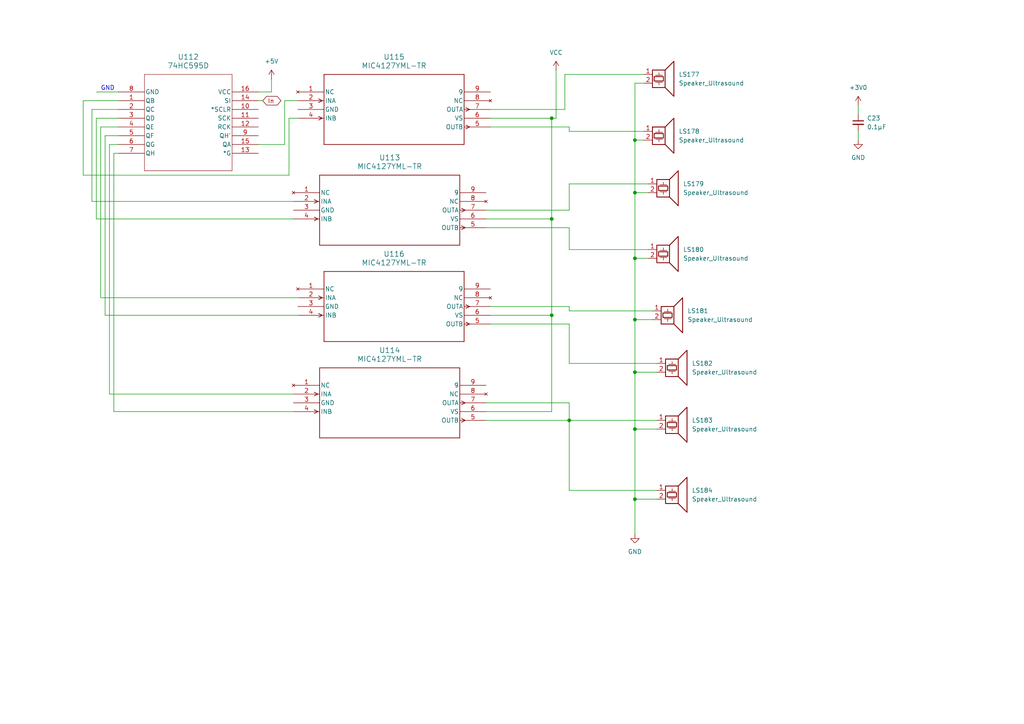
<source format=kicad_sch>
(kicad_sch (version 20250114) (generator "eeschema") (generator_version "9.0")
  (paper "A4")
  (lib_symbols
    (symbol "2025-12-28_09-02-17:MIC4127YML-TR" (pin_names (offset 0.254))
      (property "Reference" "U" (at 27.94 10.16 0))
      (property "Value" "MIC4127YML-TR" (at 27.94 7.62 0))
      (symbol "MIC4127YML-TR_0_1"
        (polyline (pts (xy 7.0993 -2.54) (xy 6.0579 -2.0193)) (stroke (width 0.2032)))
        (polyline (pts (xy 7.0993 -2.54) (xy 6.0579 -3.0607)) (stroke (width 0.2032)))
        (polyline (pts (xy 7.0993 -7.62) (xy 6.0579 -7.0993)) (stroke (width 0.2032)))
        (polyline (pts (xy 7.0993 -7.62) (xy 6.0579 -8.1407)) (stroke (width 0.2032)))
        (polyline (pts (xy 7.62 5.08) (xy 7.62 -15.24)) (stroke (width 0.2032)))
        (polyline (pts (xy 7.62 -15.24) (xy 48.26 -15.24)) (stroke (width 0.2032)))
        (polyline (pts (xy 48.26 5.08) (xy 7.62 5.08)) (stroke (width 0.2032)))
        (polyline (pts (xy 48.26 -15.24) (xy 48.26 5.08)) (stroke (width 0.2032)))
        (polyline (pts (xy 48.7807 -4.5593) (xy 49.8221 -5.08)) (stroke (width 0.2032)))
        (polyline (pts (xy 48.7807 -5.6007) (xy 49.8221 -5.08)) (stroke (width 0.2032)))
        (polyline (pts (xy 48.7807 -9.6393) (xy 49.8221 -10.16)) (stroke (width 0.2032)))
        (polyline (pts (xy 48.7807 -10.6807) (xy 49.8221 -10.16)) (stroke (width 0.2032)))
        (pin no_connect line (at 0 0 0) (length 7.62) (name "NC") (number "1"))
        (pin input line (at 0 -2.54 0) (length 7.62) (name "INA") (number "2"))
        (pin power_in line (at 0 -5.08 0) (length 7.62) (name "GND") (number "3"))
        (pin input line (at 0 -7.62 0) (length 7.62) (name "INB") (number "4"))
        (pin unspecified line (at 55.88 0 180) (length 7.62) (name "9") (number "9"))
        (pin no_connect line (at 55.88 -2.54 180) (length 7.62) (name "NC") (number "8"))
        (pin output line (at 55.88 -5.08 180) (length 7.62) (name "OUTA") (number "7"))
        (pin power_in line (at 55.88 -7.62 180) (length 7.62) (name "VS") (number "6"))
        (pin output line (at 55.88 -10.16 180) (length 7.62) (name "OUTB") (number "5"))
      )
    )
    (symbol "2025-12-28_09-22-42:74HC595D" (pin_names (offset 0.254))
      (property "Reference" "U" (at 20.32 10.16 0))
      (property "Value" "74HC595D" (at 20.32 7.62 0))
      (symbol "74HC595D_0_1"
        (polyline (pts (xy 7.62 5.08) (xy 7.62 -22.86)) (stroke (width 0.127)))
        (polyline (pts (xy 7.62 -22.86) (xy 33.02 -22.86)) (stroke (width 0.127)))
        (polyline (pts (xy 33.02 5.08) (xy 7.62 5.08)) (stroke (width 0.127)))
        (polyline (pts (xy 33.02 -22.86) (xy 33.02 5.08)) (stroke (width 0.127)))
        (pin power_out line (at 0 0 0) (length 7.62) (name "GND") (number "8"))
        (pin output line (at 0 -2.54 0) (length 7.62) (name "QB") (number "1"))
        (pin output line (at 0 -5.08 0) (length 7.62) (name "QC") (number "2"))
        (pin output line (at 0 -7.62 0) (length 7.62) (name "QD") (number "3"))
        (pin output line (at 0 -10.16 0) (length 7.62) (name "QE") (number "4"))
        (pin output line (at 0 -12.7 0) (length 7.62) (name "QF") (number "5"))
        (pin output line (at 0 -15.24 0) (length 7.62) (name "QG") (number "6"))
        (pin output line (at 0 -17.78 0) (length 7.62) (name "QH") (number "7"))
        (pin power_in line (at 40.64 0 180) (length 7.62) (name "VCC") (number "16"))
        (pin input line (at 40.64 -2.54 180) (length 7.62) (name "SI") (number "14"))
        (pin input line (at 40.64 -5.08 180) (length 7.62) (name "*SCLR") (number "10"))
        (pin input line (at 40.64 -7.62 180) (length 7.62) (name "SCK") (number "11"))
        (pin input line (at 40.64 -10.16 180) (length 7.62) (name "RCK") (number "12"))
        (pin output line (at 40.64 -12.7 180) (length 7.62) (name "QH'") (number "9"))
        (pin output line (at 40.64 -15.24 180) (length 7.62) (name "QA") (number "15"))
        (pin input line (at 40.64 -17.78 180) (length 7.62) (name "*G") (number "13"))
      )
    )
    (symbol "Device:C_Small" (pin_numbers (hide yes)) (pin_names (offset 0.254) (hide yes))
      (property "Reference" "C" (at 0.254 1.778 0))
      (property "Value" "C_Small" (at 0.254 -2.032 0))
      (symbol "C_Small_0_1"
        (polyline (pts (xy -1.524 0.508) (xy 1.524 0.508)) (stroke (width 0.3048)))
        (polyline (pts (xy -1.524 -0.508) (xy 1.524 -0.508)) (stroke (width 0.3302)))
      )
      (symbol "C_Small_1_1"
        (pin passive line (at 0 2.54 270) (length 2.032) (name "~") (number "1"))
        (pin passive line (at 0 -2.54 90) (length 2.032) (name "~") (number "2"))
      )
    )
    (symbol "Device:Speaker_Ultrasound" (pin_names (offset 0) (hide yes))
      (property "Reference" "LS" (at 0.635 5.715 0))
      (property "Value" "Speaker_Ultrasound" (at 0.635 3.81 0))
      (symbol "Speaker_Ultrasound_0_0"
        (rectangle (start -2.54 1.27) (end 1.143 -3.81) (stroke (width 0.254)))
        (rectangle (start -2.032 -0.635) (end 0.635 -1.905) (stroke (width 0.254)))
        (polyline (pts (xy -1.651 -0.254) (xy 0.381 -0.254)))
        (polyline (pts (xy -1.651 -2.286) (xy 0.381 -2.286)))
        (polyline (pts (xy -0.635 -0.254) (xy -0.635 0.508)))
        (polyline (pts (xy -0.635 -2.286) (xy -0.635 -3.048)))
        (polyline (pts (xy 1.143 1.27) (xy 3.683 3.81) (xy 3.683 -6.35) (xy 1.143 -3.81)) (stroke (width 0.254)))
      )
      (symbol "Speaker_Ultrasound_1_1"
        (pin input line (at -5.08 0 0) (length 2.54) (name "1") (number "1"))
        (pin input line (at -5.08 -2.54 0) (length 2.54) (name "2") (number "2"))
      )
    )
    (symbol "power:+3V0" (power) (pin_numbers (hide yes)) (pin_names (offset 0) (hide yes))
      (property "Value" "+3V0" (at 0 3.556 0))
      (symbol "+3V0_0_1"
        (polyline (pts (xy -0.762 1.27) (xy 0 2.54)))
        (polyline (pts (xy 0 2.54) (xy 0.762 1.27)))
        (polyline (pts (xy 0 0) (xy 0 2.54)))
      )
      (symbol "+3V0_1_1"
        (pin power_in line (at 0 0 90) (length 0) (name "~") (number "1"))
      )
    )
    (symbol "power:+5V" (power) (pin_numbers (hide yes)) (pin_names (offset 0) (hide yes))
      (property "Value" "+5V" (at 0 3.556 0))
      (symbol "+5V_0_1"
        (polyline (pts (xy -0.762 1.27) (xy 0 2.54)))
        (polyline (pts (xy 0 2.54) (xy 0.762 1.27)))
        (polyline (pts (xy 0 0) (xy 0 2.54)))
      )
      (symbol "+5V_1_1"
        (pin power_in line (at 0 0 90) (length 0) (name "~") (number "1"))
      )
    )
    (symbol "power:GND" (power) (pin_numbers (hide yes)) (pin_names (offset 0) (hide yes))
      (property "Value" "GND" (at 0 -3.81 0))
      (symbol "GND_0_1"
        (polyline (pts (xy 0 0) (xy 0 -1.27) (xy 1.27 -1.27) (xy 0 -2.54) (xy -1.27 -1.27) (xy 0 -1.27)))
      )
      (symbol "GND_1_1"
        (pin power_in line (at 0 0 270) (length 0) (name "~") (number "1"))
      )
    )
    (symbol "power:VCC" (power) (pin_numbers (hide yes)) (pin_names (offset 0) (hide yes))
      (property "Value" "VCC" (at 0 3.556 0))
      (symbol "VCC_0_1"
        (polyline (pts (xy -0.762 1.27) (xy 0 2.54)))
        (polyline (pts (xy 0 2.54) (xy 0.762 1.27)))
        (polyline (pts (xy 0 0) (xy 0 2.54)))
      )
      (symbol "VCC_1_1"
        (pin power_in line (at 0 0 90) (length 0) (name "~") (number "1"))
      )
    )
  )
  (text "GND" (at 31.242 25.654 0) (effects (font (size 1.27 1.27))))
  (junction (at 184.15 92.71))
  (junction (at 160.02 63.5))
  (junction (at 184.15 144.78))
  (junction (at 184.15 107.95))
  (junction (at 184.15 124.46))
  (junction (at 160.02 34.29))
  (junction (at 165.1 121.92))
  (junction (at 184.15 55.88))
  (junction (at 184.15 74.93))
  (junction (at 160.02 91.44))
  (junction (at 184.15 40.64))
  (wire (pts (xy 29.21 86.36) (xy 86.36 86.36)))
  (wire (pts (xy 190.5 144.78) (xy 184.15 144.78)))
  (wire (pts (xy 184.15 92.71) (xy 189.23 92.71)))
  (wire (pts (xy 160.02 34.29) (xy 161.29 34.29)))
  (wire (pts (xy 165.1 121.92) (xy 165.1 142.24)))
  (wire (pts (xy 34.29 39.37) (xy 30.48 39.37)))
  (wire (pts (xy 184.15 92.71) (xy 184.15 107.95)))
  (wire (pts (xy 165.1 116.84) (xy 165.1 121.92)))
  (wire (pts (xy 140.97 119.38) (xy 160.02 119.38)))
  (wire (pts (xy 186.69 24.13) (xy 184.15 24.13)))
  (wire (pts (xy 140.97 60.96) (xy 165.1 60.96)))
  (wire (pts (xy 161.29 20.32) (xy 161.29 34.29)))
  (wire (pts (xy 34.29 44.45) (xy 33.02 44.45)))
  (wire (pts (xy 26.67 31.75) (xy 26.67 58.42)))
  (wire (pts (xy 165.1 121.92) (xy 190.5 121.92)))
  (wire (pts (xy 74.93 29.21) (xy 76.2 29.21)))
  (wire (pts (xy 184.15 144.78) (xy 184.15 154.94)))
  (wire (pts (xy 184.15 124.46) (xy 190.5 124.46)))
  (wire (pts (xy 160.02 34.29) (xy 160.02 63.5)))
  (wire (pts (xy 24.13 50.8) (xy 83.82 50.8)))
  (wire (pts (xy 142.24 36.83) (xy 165.1 36.83)))
  (wire (pts (xy 184.15 40.64) (xy 184.15 55.88)))
  (wire (pts (xy 165.1 72.39) (xy 187.96 72.39)))
  (wire (pts (xy 165.1 90.17) (xy 189.23 90.17)))
  (wire (pts (xy 165.1 53.34) (xy 187.96 53.34)))
  (wire (pts (xy 27.94 26.67) (xy 34.29 26.67)))
  (wire (pts (xy 142.24 88.9) (xy 165.1 88.9)))
  (wire (pts (xy 184.15 55.88) (xy 187.96 55.88)))
  (wire (pts (xy 184.15 55.88) (xy 184.15 74.93)))
  (wire (pts (xy 82.55 41.91) (xy 82.55 29.21)))
  (wire (pts (xy 26.67 58.42) (xy 85.09 58.42)))
  (wire (pts (xy 34.29 41.91) (xy 31.75 41.91)))
  (wire (pts (xy 165.1 93.98) (xy 165.1 105.41)))
  (wire (pts (xy 74.93 41.91) (xy 82.55 41.91)))
  (wire (pts (xy 165.1 36.83) (xy 165.1 38.1)))
  (wire (pts (xy 140.97 116.84) (xy 165.1 116.84)))
  (wire (pts (xy 24.13 29.21) (xy 24.13 50.8)))
  (wire (pts (xy 184.15 74.93) (xy 184.15 92.71)))
  (wire (pts (xy 165.1 142.24) (xy 190.5 142.24)))
  (wire (pts (xy 184.15 107.95) (xy 184.15 124.46)))
  (wire (pts (xy 27.94 63.5) (xy 85.09 63.5)))
  (wire (pts (xy 142.24 93.98) (xy 165.1 93.98)))
  (wire (pts (xy 184.15 40.64) (xy 186.69 40.64)))
  (wire (pts (xy 165.1 88.9) (xy 165.1 90.17)))
  (wire (pts (xy 34.29 36.83) (xy 29.21 36.83)))
  (wire (pts (xy 27.94 34.29) (xy 27.94 63.5)))
  (wire (pts (xy 29.21 36.83) (xy 29.21 86.36)))
  (wire (pts (xy 184.15 24.13) (xy 184.15 40.64)))
  (wire (pts (xy 184.15 107.95) (xy 190.5 107.95)))
  (wire (pts (xy 184.15 124.46) (xy 184.15 144.78)))
  (wire (pts (xy 33.02 44.45) (xy 33.02 119.38)))
  (wire (pts (xy 142.24 34.29) (xy 160.02 34.29)))
  (wire (pts (xy 165.1 105.41) (xy 190.5 105.41)))
  (wire (pts (xy 142.24 91.44) (xy 160.02 91.44)))
  (wire (pts (xy 140.97 66.04) (xy 165.1 66.04)))
  (wire (pts (xy 160.02 63.5) (xy 160.02 91.44)))
  (wire (pts (xy 248.92 30.48) (xy 248.92 33.02)))
  (wire (pts (xy 165.1 38.1) (xy 186.69 38.1)))
  (wire (pts (xy 165.1 60.96) (xy 165.1 53.34)))
  (wire (pts (xy 34.29 29.21) (xy 24.13 29.21)))
  (wire (pts (xy 78.74 22.86) (xy 78.74 26.67)))
  (wire (pts (xy 30.48 39.37) (xy 30.48 91.44)))
  (wire (pts (xy 83.82 50.8) (xy 83.82 34.29)))
  (wire (pts (xy 184.15 74.93) (xy 187.96 74.93)))
  (wire (pts (xy 163.83 21.59) (xy 186.69 21.59)))
  (wire (pts (xy 165.1 66.04) (xy 165.1 72.39)))
  (wire (pts (xy 82.55 29.21) (xy 86.36 29.21)))
  (wire (pts (xy 31.75 114.3) (xy 85.09 114.3)))
  (wire (pts (xy 33.02 119.38) (xy 85.09 119.38)))
  (wire (pts (xy 140.97 63.5) (xy 160.02 63.5)))
  (wire (pts (xy 140.97 121.92) (xy 165.1 121.92)))
  (wire (pts (xy 74.93 26.67) (xy 78.74 26.67)))
  (wire (pts (xy 34.29 34.29) (xy 27.94 34.29)))
  (wire (pts (xy 163.83 31.75) (xy 163.83 21.59)))
  (wire (pts (xy 34.29 31.75) (xy 26.67 31.75)))
  (wire (pts (xy 248.92 38.1) (xy 248.92 40.64)))
  (wire (pts (xy 142.24 31.75) (xy 163.83 31.75)))
  (wire (pts (xy 160.02 91.44) (xy 160.02 119.38)))
  (wire (pts (xy 31.75 41.91) (xy 31.75 114.3)))
  (wire (pts (xy 83.82 34.29) (xy 86.36 34.29)))
  (wire (pts (xy 30.48 91.44) (xy 86.36 91.44)))
  (global_label "In" (shape bidirectional) (at 76.2 29.21 0) (property "Intersheetrefs" "${INTERSHEET_REFS}" (effects (hide yes))))
  (symbol (lib_id "Device:C_Small") (at 248.92 35.56 0) (unit 1)
    (property "Reference" "C23" (at 251.46 34.2962 0) (effects (justify left)))
    (property "Value" "0.1μF" (at 251.46 36.8362 0) (effects (justify left)))
    (property "Description" "Unpolarized capacitor, small symbol" (effects (hide yes)))
  )
  (symbol (lib_id "2025-12-28_09-02-17:MIC4127YML-TR") (at 86.36 26.67 0) (unit 1)
    (property "Reference" "U115" (at 114.3 16.51 0) (effects (font (size 1.524 1.524))))
    (property "Value" "MIC4127YML-TR" (at 114.3 19.05 0) (effects (font (size 1.524 1.524))))
    (property "Footprint" "MLF-8_ML_MCH" (effects (hide yes)))
    (property "Datasheet" "MIC4127YML-TR" (effects (hide yes)))
  )
  (symbol (lib_id "Device:Speaker_Ultrasound") (at 193.04 72.39 0) (unit 1)
    (property "Reference" "LS180" (at 198.12 72.3899 0) (effects (justify left)))
    (property "Value" "Speaker_Ultrasound" (at 198.12 74.9299 0) (effects (justify left)))
    (property "Description" "Ultrasonic transducer" (effects (hide yes)))
  )
  (symbol (lib_id "2025-12-28_09-02-17:MIC4127YML-TR") (at 86.36 83.82 0) (unit 1)
    (property "Reference" "U116" (at 114.3 73.66 0) (effects (font (size 1.524 1.524))))
    (property "Value" "MIC4127YML-TR" (at 114.3 76.2 0) (effects (font (size 1.524 1.524))))
    (property "Footprint" "MLF-8_ML_MCH" (effects (hide yes)))
    (property "Datasheet" "MIC4127YML-TR" (effects (hide yes)))
  )
  (symbol (lib_id "power:+3V0") (at 248.92 30.48 0) (unit 1)
    (property "Reference" "#PWR0114" (effects (hide yes)))
    (property "Value" "+3V0" (at 248.92 25.4 0))
    (property "Description" "Power symbol creates a global label with name \"+3V0\"" (effects (hide yes)))
  )
  (symbol (lib_id "Device:Speaker_Ultrasound") (at 195.58 121.92 0) (unit 1)
    (property "Reference" "LS183" (at 200.66 121.9199 0) (effects (justify left)))
    (property "Value" "Speaker_Ultrasound" (at 200.66 124.4599 0) (effects (justify left)))
    (property "Description" "Ultrasonic transducer" (effects (hide yes)))
  )
  (symbol (lib_id "Device:Speaker_Ultrasound") (at 195.58 105.41 0) (unit 1)
    (property "Reference" "LS182" (at 200.66 105.4099 0) (effects (justify left)))
    (property "Value" "Speaker_Ultrasound" (at 200.66 107.9499 0) (effects (justify left)))
    (property "Description" "Ultrasonic transducer" (effects (hide yes)))
  )
  (symbol (lib_id "2025-12-28_09-02-17:MIC4127YML-TR") (at 85.09 111.76 0) (unit 1)
    (property "Reference" "U114" (at 113.03 101.6 0) (effects (font (size 1.524 1.524))))
    (property "Value" "MIC4127YML-TR" (at 113.03 104.14 0) (effects (font (size 1.524 1.524))))
    (property "Footprint" "MLF-8_ML_MCH" (effects (hide yes)))
    (property "Datasheet" "MIC4127YML-TR" (effects (hide yes)))
  )
  (symbol (lib_id "Device:Speaker_Ultrasound") (at 195.58 142.24 0) (unit 1)
    (property "Reference" "LS184" (at 200.66 142.2399 0) (effects (justify left)))
    (property "Value" "Speaker_Ultrasound" (at 200.66 144.7799 0) (effects (justify left)))
    (property "Description" "Ultrasonic transducer" (effects (hide yes)))
  )
  (symbol (lib_id "Device:Speaker_Ultrasound") (at 191.77 21.59 0) (unit 1)
    (property "Reference" "LS177" (at 196.85 21.5899 0) (effects (justify left)))
    (property "Value" "Speaker_Ultrasound" (at 196.85 24.1299 0) (effects (justify left)))
    (property "Description" "Ultrasonic transducer" (effects (hide yes)))
  )
  (symbol (lib_id "power:+5V") (at 78.74 22.86 0) (unit 1)
    (property "Reference" "#PWR0111" (effects (hide yes)))
    (property "Value" "+5V" (at 78.74 17.78 0))
    (property "Description" "Power symbol creates a global label with name \"+5V\"" (effects (hide yes)))
  )
  (symbol (lib_id "power:VCC") (at 161.29 20.32 0) (unit 1)
    (property "Reference" "#PWR0112" (effects (hide yes)))
    (property "Value" "VCC" (at 161.29 15.24 0))
    (property "Description" "Power symbol creates a global label with name \"VCC\"" (effects (hide yes)))
  )
  (symbol (lib_id "Device:Speaker_Ultrasound") (at 191.77 38.1 0) (unit 1)
    (property "Reference" "LS178" (at 196.85 38.0999 0) (effects (justify left)))
    (property "Value" "Speaker_Ultrasound" (at 196.85 40.6399 0) (effects (justify left)))
    (property "Description" "Ultrasonic transducer" (effects (hide yes)))
  )
  (symbol (lib_id "Device:Speaker_Ultrasound") (at 194.31 90.17 0) (unit 1)
    (property "Reference" "LS181" (at 199.39 90.1699 0) (effects (justify left)))
    (property "Value" "Speaker_Ultrasound" (at 199.39 92.7099 0) (effects (justify left)))
    (property "Description" "Ultrasonic transducer" (effects (hide yes)))
  )
  (symbol (lib_id "Device:Speaker_Ultrasound") (at 193.04 53.34 0) (unit 1)
    (property "Reference" "LS179" (at 198.12 53.3399 0) (effects (justify left)))
    (property "Value" "Speaker_Ultrasound" (at 198.12 55.8799 0) (effects (justify left)))
    (property "Description" "Ultrasonic transducer" (effects (hide yes)))
  )
  (symbol (lib_id "power:GND") (at 184.15 154.94 0) (unit 1)
    (property "Reference" "#PWR0113" (effects (hide yes)))
    (property "Value" "GND" (at 184.15 160.02 0))
    (property "Description" "Power symbol creates a global label with name \"GND\" , ground" (effects (hide yes)))
  )
  (symbol (lib_id "power:GND") (at 248.92 40.64 0) (unit 1)
    (property "Reference" "#PWR0115" (effects (hide yes)))
    (property "Value" "GND" (at 248.92 45.72 0))
    (property "Description" "Power symbol creates a global label with name \"GND\" , ground" (effects (hide yes)))
  )
  (symbol (lib_id "2025-12-28_09-02-17:MIC4127YML-TR") (at 85.09 55.88 0) (unit 1)
    (property "Reference" "U113" (at 113.03 45.72 0) (effects (font (size 1.524 1.524))))
    (property "Value" "MIC4127YML-TR" (at 113.03 48.26 0) (effects (font (size 1.524 1.524))))
    (property "Footprint" "MLF-8_ML_MCH" (effects (hide yes)))
    (property "Datasheet" "MIC4127YML-TR" (effects (hide yes)))
  )
  (symbol (lib_id "2025-12-28_09-22-42:74HC595D") (at 34.29 26.67 0) (unit 1)
    (property "Reference" "U112" (at 54.61 16.51 0) (effects (font (size 1.524 1.524))))
    (property "Value" "74HC595D" (at 54.61 19.05 0) (effects (font (size 1.524 1.524))))
    (property "Footprint" "SOIC16_TOS" (effects (hide yes)))
    (property "Datasheet" "https://toshiba.semicon-storage.com/info/docget.jsp?did=36768&prodName=74HC595D" (effects (hide yes)))
  )
)
</source>
